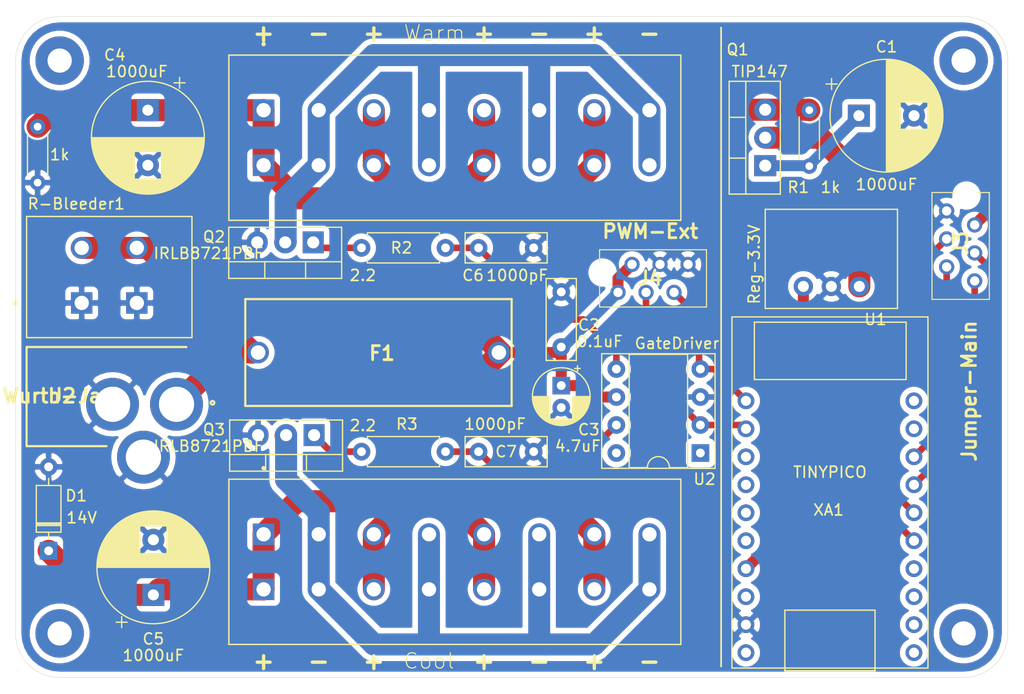
<source format=kicad_pcb>
(kicad_pcb (version 20171130) (host pcbnew "(5.1.6-0-10_14)")
  (layers (0 Front signal) (31 Back signal) (37 F.SilkS user) (38 B.Mask user) (39 F.Mask user) (44 Edge.Cuts user))
  (net 0 "")
  (net 1 Com)
  (net 2 "Net-(C1-Pad1)")
  (net 3 12V)
  (net 4 GD-Warm)
  (net 5 GD-Cool)
  (net 6 "Net-(F1-Pad2)")
  (net 7 12ish)
  (net 8 Brightness)
  (net 9 Color)
  (net 10 On_Off)
  (net 11 Auto_Man)
  (net 12 PWM-Warm)
  (net 13 PWM-Cool)
  (net 14 "Net-(J6-Pad2)")
  (net 15 "Net-(Q2-Pad1)")
  (net 16 "Net-(J7-Pad2)")
  (net 17 "Net-(Q3-Pad1)")
  (net 18 3.3V)
  (net 19 "Net-(XA1-Pad11)")
  (net 20 "Net-(XA1-Pad14)")
  (net 21 "Net-(XA1-Pad19)")
  (net 22 "Net-(XA1-Pad20)")
  (net 23 "Net-(XA1-Pad4)")
  (net 24 "Net-(XA1-Pad6)")
  (net 25 "Net-(XA1-Pad8)")
  (net 26 "Net-(XA1-Pad10)")
  (net 27 "Net-(XA1-Pad13)")
  (net 28 "Net-(XA1-Pad12)")
  (net 29 "Net-(XA1-Pad3)")
  (net 30 "Net-(XA1-Pad5)")
  (module Main:4527 (layer Front) (at 68.92 64.5 180)
    (fp_text reference F1 (at -0.318 -0.073) (layer F.SilkS) (effects (font (size 1.27 1.27) (thickness 0.254))))
    (fp_text value 5A hide)
    (pad 2 thru_hole circle (at 10.92 0 180) (size 1.97 1.97) (drill 1.32) (layers *.Cu *.Mask) (net 6 "Net-(F1-Pad2)"))
    (pad 1 thru_hole circle (at -10.92 0 180) (size 1.97 1.97) (drill 1.32) (layers *.Cu *.Mask) (net 3 12V))
  )
  (module Main:694106301002_1 (layer Front) (at 37 73)
    (fp_text reference J2 (at 3.376 -4.559) (layer F.SilkS) (effects (font (size 1.27 1.27) (thickness 0.254))))
    (fp_text value Wurth-Jack (at 3.376 -4.559) (layer F.SilkS) (effects (font (size 1.27 1.27) (thickness 0.254))))
    (pad 3 thru_hole circle (at 10.6 1) (size 4.8 4.8) (drill 3.2) (layers *.Cu *.Mask) (net 1 Com))
    (pad 2 thru_hole circle (at 7.8 -3.8) (size 4.8 4.8) (drill 3.2) (layers *.Cu *.Mask) (net 1 Com))
    (pad 1 thru_hole circle (at 13.6 -3.8) (size 4.8 4.8) (drill 3.2) (layers *.Cu *.Mask) (net 6 "Net-(F1-Pad2)"))
  )
  (module Main:CUI_TBL005A-500-02GY-2WT (layer Front) (at 42 60 90)
    (fp_text reference J1 hide)
    (fp_text value 12V-DC hide)
    (pad 2 thru_hole circle (at 5 5 90) (size 1.95 1.95) (drill 1.3) (layers *.Cu *.Mask) (net 6 "Net-(F1-Pad2)"))
    (pad 1 thru_hole rect (at 0 5 90) (size 1.95 1.95) (drill 1.3) (layers *.Cu *.Mask) (net 1 Com))
    (pad 2 thru_hole circle (at 5 0 90) (size 1.95 1.95) (drill 1.3) (layers *.Cu *.Mask) (net 6 "Net-(F1-Pad2)"))
    (pad 1 thru_hole rect (at 0 0 90) (size 1.95 1.95) (drill 1.3) (layers *.Cu *.Mask) (net 1 Com))
  )
  (module MountingHole:MountingHole_2.2mm_M2_Pad (layer Front) (at 40 38)
    (fp_text reference H4 hide)
    (fp_text value MountingHole hide)
    (pad 1 thru_hole circle (at 0 0) (size 4.4 4.4) (drill 2.2) (layers *.Cu *.Mask))
  )
  (module MountingHole:MountingHole_2.2mm_M2_Pad (layer Front) (at 122 38)
    (fp_text reference H3 hide)
    (fp_text value MountingHole hide)
    (pad 1 thru_hole circle (at 0 0) (size 4.4 4.4) (drill 2.2) (layers *.Cu *.Mask))
  )
  (module MountingHole:MountingHole_2.2mm_M2_Pad (layer Front) (at 122 90)
    (fp_text reference H2 hide)
    (fp_text value MountingHole hide)
    (pad 1 thru_hole circle (at 0 0) (size 4.4 4.4) (drill 2.2) (layers *.Cu *.Mask))
  )
  (module MountingHole:MountingHole_2.2mm_M2_Pad (layer Front) (at 40 90)
    (fp_text reference H1 hide)
    (fp_text value MountingHole hide)
    (pad 1 thru_hole circle (at 0 0) (size 4.4 4.4) (drill 2.2) (layers *.Cu *.Mask))
  )
  (module Main:_usr_TINYPICO (layer Front) (at 102 92)
    (fp_text reference XA1 (at 7.747 -13.208 180) (layer F.SilkS))
    (fp_text value TINYPICO (at 7.874 -16.637 180) (layer F.SilkS))
    (pad 11 thru_hole circle (at 15.494 -0.254 180) (size 1.524 1.524) (drill 0.914) (layers *.Cu *.Mask) (net 19 "Net-(XA1-Pad11)"))
    (pad 12 thru_hole circle (at 15.494 -2.794 180) (size 1.524 1.524) (drill 0.914) (layers *.Cu *.Mask) (net 28 "Net-(XA1-Pad12)"))
    (pad 13 thru_hole circle (at 15.494 -5.334 180) (size 1.524 1.524) (drill 0.914) (layers *.Cu *.Mask) (net 27 "Net-(XA1-Pad13)"))
    (pad 14 thru_hole circle (at 15.494 -7.874 180) (size 1.524 1.524) (drill 0.914) (layers *.Cu *.Mask) (net 20 "Net-(XA1-Pad14)"))
    (pad 15 thru_hole circle (at 15.494 -10.414 180) (size 1.524 1.524) (drill 0.914) (layers *.Cu *.Mask) (net 10 On_Off))
    (pad 16 thru_hole circle (at 15.494 -12.954 180) (size 1.524 1.524) (drill 0.916) (layers *.Cu *.Mask) (net 11 Auto_Man))
    (pad 17 thru_hole circle (at 15.494 -15.494 180) (size 1.524 1.524) (drill 0.914) (layers *.Cu *.Mask) (net 9 Color))
    (pad 18 thru_hole circle (at 15.494 -18.034 180) (size 1.524 1.524) (drill 0.914) (layers *.Cu *.Mask) (net 8 Brightness))
    (pad 19 thru_hole circle (at 15.494 -20.574 180) (size 1.524 1.524) (drill 0.914) (layers *.Cu *.Mask) (net 21 "Net-(XA1-Pad19)"))
    (pad 20 thru_hole circle (at 15.494 -23.114 180) (size 1.524 1.524) (drill 0.914) (layers *.Cu *.Mask) (net 22 "Net-(XA1-Pad20)"))
    (pad 1 thru_hole circle (at 0.254 -23.114 180) (size 1.524 1.524) (drill 0.914) (layers *.Cu *.Mask) (net 12 PWM-Warm))
    (pad 2 thru_hole circle (at 0.254 -20.574 180) (size 1.524 1.524) (drill 0.914) (layers *.Cu *.Mask) (net 13 PWM-Cool))
    (pad 3 thru_hole circle (at 0.254 -18.034 180) (size 1.524 1.524) (drill 0.914) (layers *.Cu *.Mask) (net 29 "Net-(XA1-Pad3)"))
    (pad 4 thru_hole circle (at 0.254 -15.494 180) (size 1.524 1.524) (drill 0.914) (layers *.Cu *.Mask) (net 23 "Net-(XA1-Pad4)"))
    (pad 5 thru_hole circle (at 0.254 -12.954 180) (size 1.524 1.524) (drill 0.914) (layers *.Cu *.Mask) (net 30 "Net-(XA1-Pad5)"))
    (pad 6 thru_hole circle (at 0.254 -10.414 180) (size 1.524 1.524) (drill 0.914) (layers *.Cu *.Mask) (net 24 "Net-(XA1-Pad6)"))
    (pad 7 thru_hole circle (at 0.254 -7.874 180) (size 1.524 1.524) (drill 0.914) (layers *.Cu *.Mask) (net 18 3.3V))
    (pad 8 thru_hole circle (at 0.254 -5.334 180) (size 1.524 1.524) (drill 0.914) (layers *.Cu *.Mask) (net 25 "Net-(XA1-Pad8)"))
    (pad 9 thru_hole circle (at 0.254 -2.794 180) (size 1.524 1.524) (drill 0.914) (layers *.Cu *.Mask) (net 1 Com))
    (pad 10 thru_hole circle (at 0.254 -0.254 180) (size 1.524 1.524) (drill 0.914) (layers *.Cu *.Mask) (net 26 "Net-(XA1-Pad10)"))
  )
  (module Main:3.3V-Reg (layer Front) (at 110 58.5 180)
    (fp_text reference U1 (at -4 -3) (layer F.SilkS))
    (fp_text value Reg-3.3V (at 7 2 90) (layer F.SilkS))
    (pad 3 thru_hole circle (at 2.54 0 180) (size 1.75 1.75) (drill 1) (layers *.Cu *.Mask) (net 18 3.3V))
    (pad 1 thru_hole circle (at -2.54 0 180) (size 1.75 1.75) (drill 1) (layers *.Cu *.Mask) (net 7 12ish))
    (pad 2 thru_hole circle (at 0 0 180) (size 1.75 1.75) (drill 1) (layers *.Cu *.Mask) (net 1 Com))
  )
  (module Main:CUI_TBL005A-500-08GY-2WT (layer Front) (at 58.5 81)
    (fp_text reference J7 hide)
    (fp_text value Cool (at 15 11.5) (layer F.SilkS) (effects (font (size 1.4 1.4) (thickness 0.1))))
    (pad 1 thru_hole rect (at 0 0) (size 1.95 1.95) (drill 1.3) (layers *.Cu *.Mask) (net 3 12V))
    (pad 2 thru_hole circle (at 5 0) (size 1.95 1.95) (drill 1.3) (layers *.Cu *.Mask) (net 16 "Net-(J7-Pad2)"))
    (pad 3 thru_hole circle (at 10 0) (size 1.95 1.95) (drill 1.3) (layers *.Cu *.Mask) (net 3 12V))
    (pad 4 thru_hole circle (at 15 0) (size 1.95 1.95) (drill 1.3) (layers *.Cu *.Mask) (net 16 "Net-(J7-Pad2)"))
    (pad 5 thru_hole circle (at 20 0) (size 1.95 1.95) (drill 1.3) (layers *.Cu *.Mask) (net 3 12V))
    (pad 6 thru_hole circle (at 25 0) (size 1.95 1.95) (drill 1.3) (layers *.Cu *.Mask) (net 16 "Net-(J7-Pad2)"))
    (pad 7 thru_hole circle (at 30 0) (size 1.95 1.95) (drill 1.3) (layers *.Cu *.Mask) (net 3 12V))
    (pad 8 thru_hole circle (at 35 0) (size 1.95 1.95) (drill 1.3) (layers *.Cu *.Mask) (net 16 "Net-(J7-Pad2)"))
    (pad 1 thru_hole rect (at 0 5) (size 1.95 1.95) (drill 1.3) (layers *.Cu *.Mask) (net 3 12V))
    (pad 2 thru_hole circle (at 5 5) (size 1.95 1.95) (drill 1.3) (layers *.Cu *.Mask) (net 16 "Net-(J7-Pad2)"))
    (pad 3 thru_hole circle (at 10 5) (size 1.95 1.95) (drill 1.3) (layers *.Cu *.Mask) (net 3 12V))
    (pad 4 thru_hole circle (at 15 5) (size 1.95 1.95) (drill 1.3) (layers *.Cu *.Mask) (net 16 "Net-(J7-Pad2)"))
    (pad 5 thru_hole circle (at 20 5) (size 1.95 1.95) (drill 1.3) (layers *.Cu *.Mask) (net 3 12V))
    (pad 6 thru_hole circle (at 25 5) (size 1.95 1.95) (drill 1.3) (layers *.Cu *.Mask) (net 16 "Net-(J7-Pad2)"))
    (pad 7 thru_hole circle (at 30 5) (size 1.95 1.95) (drill 1.3) (layers *.Cu *.Mask) (net 3 12V))
    (pad 8 thru_hole circle (at 35 5) (size 1.95 1.95) (drill 1.3) (layers *.Cu *.Mask) (net 16 "Net-(J7-Pad2)"))
  )
  (module Main:CUI_TBL005A-500-08GY-2WT (layer Front) (at 58.5 42.5)
    (fp_text reference J6 hide)
    (fp_text value Warm (at 15.5 -7) (layer F.SilkS) (effects (font (size 1.4 1.4) (thickness 0.1))))
    (pad 1 thru_hole rect (at 0 0) (size 1.95 1.95) (drill 1.3) (layers *.Cu *.Mask) (net 3 12V))
    (pad 2 thru_hole circle (at 5 0) (size 1.95 1.95) (drill 1.3) (layers *.Cu *.Mask) (net 14 "Net-(J6-Pad2)"))
    (pad 3 thru_hole circle (at 10 0) (size 1.95 1.95) (drill 1.3) (layers *.Cu *.Mask) (net 3 12V))
    (pad 4 thru_hole circle (at 15 0) (size 1.95 1.95) (drill 1.3) (layers *.Cu *.Mask) (net 14 "Net-(J6-Pad2)"))
    (pad 5 thru_hole circle (at 20 0) (size 1.95 1.95) (drill 1.3) (layers *.Cu *.Mask) (net 3 12V))
    (pad 6 thru_hole circle (at 25 0) (size 1.95 1.95) (drill 1.3) (layers *.Cu *.Mask) (net 14 "Net-(J6-Pad2)"))
    (pad 7 thru_hole circle (at 30 0) (size 1.95 1.95) (drill 1.3) (layers *.Cu *.Mask) (net 3 12V))
    (pad 8 thru_hole circle (at 35 0) (size 1.95 1.95) (drill 1.3) (layers *.Cu *.Mask) (net 14 "Net-(J6-Pad2)"))
    (pad 1 thru_hole rect (at 0 5) (size 1.95 1.95) (drill 1.3) (layers *.Cu *.Mask) (net 3 12V))
    (pad 2 thru_hole circle (at 5 5) (size 1.95 1.95) (drill 1.3) (layers *.Cu *.Mask) (net 14 "Net-(J6-Pad2)"))
    (pad 3 thru_hole circle (at 10 5) (size 1.95 1.95) (drill 1.3) (layers *.Cu *.Mask) (net 3 12V))
    (pad 4 thru_hole circle (at 15 5) (size 1.95 1.95) (drill 1.3) (layers *.Cu *.Mask) (net 14 "Net-(J6-Pad2)"))
    (pad 5 thru_hole circle (at 20 5) (size 1.95 1.95) (drill 1.3) (layers *.Cu *.Mask) (net 3 12V))
    (pad 6 thru_hole circle (at 25 5) (size 1.95 1.95) (drill 1.3) (layers *.Cu *.Mask) (net 14 "Net-(J6-Pad2)"))
    (pad 7 thru_hole circle (at 30 5) (size 1.95 1.95) (drill 1.3) (layers *.Cu *.Mask) (net 3 12V))
    (pad 8 thru_hole circle (at 35 5) (size 1.95 1.95) (drill 1.3) (layers *.Cu *.Mask) (net 14 "Net-(J6-Pad2)"))
  )
  (module Main:21787106 (layer Front) (at 97 56.5 180)
    (fp_text reference J4 (at 3.425 -1.27) (layer F.SilkS) (effects (font (size 1.27 1.27) (thickness 0.254))))
    (fp_text value PWM-Ext (at 3.425 3 180) (layer F.SilkS) (effects (font (size 1.27 1.27) (thickness 0.254))))
    (pad 1 thru_hole circle (at 0 0 180) (size 1.381 1.381) (drill 0.85) (layers *.Cu *.Mask) (net 1 Com))
    (pad 2 thru_hole circle (at 1.27 -2.54 180) (size 1.381 1.381) (drill 0.85) (layers *.Cu *.Mask) (net 12 PWM-Warm))
    (pad 3 thru_hole circle (at 2.54 0 180) (size 1.381 1.381) (drill 0.85) (layers *.Cu *.Mask) (net 1 Com))
    (pad 4 thru_hole circle (at 3.81 -2.54 180) (size 1.381 1.381) (drill 0.85) (layers *.Cu *.Mask) (net 13 PWM-Cool))
    (pad 5 thru_hole circle (at 5.08 0 180) (size 1.381 1.381) (drill 0.85) (layers *.Cu *.Mask) (net 3 12V))
    (pad 6 thru_hole circle (at 6.35 -2.54 180) (size 1.381 1.381) (drill 0.85) (layers *.Cu *.Mask) (net 3 12V))
    (pad MH1 np_thru_hole circle (at 7.75 -0.74 180) (size 1.55 0) (drill 1.55) (layers *.Cu *.Mask))
  )
  (module Main:21787106 (layer Front) (at 123 58 90)
    (fp_text reference J3 (at 3.425 -1.27 90) (layer F.SilkS) (effects (font (size 1.27 1.27) (thickness 0.254))))
    (fp_text value Jumper-Main (at -10 -0.5 90) (layer F.SilkS) (effects (font (size 1.27 1.27) (thickness 0.254))))
    (pad 1 thru_hole circle (at 0 0 90) (size 1.381 1.381) (drill 0.85) (layers *.Cu *.Mask) (net 8 Brightness))
    (pad 2 thru_hole circle (at 1.27 -2.54 90) (size 1.381 1.381) (drill 0.85) (layers *.Cu *.Mask) (net 11 Auto_Man))
    (pad 3 thru_hole circle (at 2.54 0 90) (size 1.381 1.381) (drill 0.85) (layers *.Cu *.Mask) (net 9 Color))
    (pad 4 thru_hole circle (at 3.81 -2.54 90) (size 1.381 1.381) (drill 0.85) (layers *.Cu *.Mask) (net 10 On_Off))
    (pad 5 thru_hole circle (at 5.08 0 90) (size 1.381 1.381) (drill 0.85) (layers *.Cu *.Mask) (net 7 12ish))
    (pad 6 thru_hole circle (at 6.35 -2.54 90) (size 1.381 1.381) (drill 0.85) (layers *.Cu *.Mask) (net 1 Com))
    (pad MH1 np_thru_hole circle (at 7.75 -0.74 90) (size 1.55 0) (drill 1.55) (layers *.Cu *.Mask))
  )
  (module Package_DIP:DIP-8_W7.62mm_Socket (layer Front) (at 98.12 73.62 180)
    (fp_text reference U2 (at -0.38 -2.38) (layer F.SilkS))
    (fp_text value GateDriver (at 2.12 9.95) (layer F.SilkS))
    (pad 8 thru_hole oval (at 7.62 0 180) (size 1.6 1.6) (drill 0.8) (layers *.Cu *.Mask))
    (pad 4 thru_hole oval (at 0 7.62 180) (size 1.6 1.6) (drill 0.8) (layers *.Cu *.Mask) (net 12 PWM-Warm))
    (pad 7 thru_hole oval (at 7.62 2.54 180) (size 1.6 1.6) (drill 0.8) (layers *.Cu *.Mask) (net 5 GD-Cool))
    (pad 3 thru_hole oval (at 0 5.08 180) (size 1.6 1.6) (drill 0.8) (layers *.Cu *.Mask) (net 1 Com))
    (pad 6 thru_hole oval (at 7.62 5.08 180) (size 1.6 1.6) (drill 0.8) (layers *.Cu *.Mask) (net 3 12V))
    (pad 2 thru_hole oval (at 0 2.54 180) (size 1.6 1.6) (drill 0.8) (layers *.Cu *.Mask) (net 13 PWM-Cool))
    (pad 5 thru_hole oval (at 7.62 7.62 180) (size 1.6 1.6) (drill 0.8) (layers *.Cu *.Mask) (net 4 GD-Warm))
    (pad 1 thru_hole rect (at 0 0 180) (size 1.6 1.6) (drill 0.8) (layers *.Cu *.Mask))
  )
  (module Resistor_THT:R_Axial_DIN0204_L3.6mm_D1.6mm_P5.08mm_Horizontal (layer Front) (at 38 44 270)
    (fp_text reference R-Bleeder1 (at 7 -3.5 180) (layer F.SilkS))
    (fp_text value 1k (at 2.54 -2 180) (layer F.SilkS))
    (pad 2 thru_hole oval (at 5.08 0 270) (size 1.4 1.4) (drill 0.7) (layers *.Cu *.Mask) (net 1 Com))
    (pad 1 thru_hole circle (at 0 0 270) (size 1.4 1.4) (drill 0.7) (layers *.Cu *.Mask) (net 3 12V))
  )
  (module Resistor_THT:R_Axial_DIN0207_L6.3mm_D2.5mm_P7.62mm_Horizontal (layer Front) (at 75 73.5 180)
    (fp_text reference R3 (at 3.5 2.5) (layer F.SilkS))
    (fp_text value 2.2 (at 7.5 2.37) (layer F.SilkS))
    (pad 2 thru_hole oval (at 7.62 0 180) (size 1.6 1.6) (drill 0.8) (layers *.Cu *.Mask) (net 17 "Net-(Q3-Pad1)"))
    (pad 1 thru_hole circle (at 0 0 180) (size 1.6 1.6) (drill 0.8) (layers *.Cu *.Mask) (net 5 GD-Cool))
  )
  (module Resistor_THT:R_Axial_DIN0207_L6.3mm_D2.5mm_P7.62mm_Horizontal (layer Front) (at 75 55 180)
    (fp_text reference R2 (at 4 0) (layer F.SilkS))
    (fp_text value 2.2 (at 7.5 -2.5) (layer F.SilkS))
    (pad 2 thru_hole oval (at 7.62 0 180) (size 1.6 1.6) (drill 0.8) (layers *.Cu *.Mask) (net 15 "Net-(Q2-Pad1)"))
    (pad 1 thru_hole circle (at 0 0 180) (size 1.6 1.6) (drill 0.8) (layers *.Cu *.Mask) (net 4 GD-Warm))
  )
  (module Resistor_THT:R_Axial_DIN0204_L3.6mm_D1.6mm_P5.08mm_Horizontal (layer Front) (at 108 47.58 90)
    (fp_text reference R1 (at -1.92 -1 180) (layer F.SilkS))
    (fp_text value 1k (at -1.92 1.92 180) (layer F.SilkS))
    (pad 2 thru_hole oval (at 5.08 0 90) (size 1.4 1.4) (drill 0.7) (layers *.Cu *.Mask) (net 3 12V))
    (pad 1 thru_hole circle (at 0 0 90) (size 1.4 1.4) (drill 0.7) (layers *.Cu *.Mask) (net 2 "Net-(C1-Pad1)"))
  )
  (module Package_TO_SOT_THT:TO-220-3_Vertical (layer Front) (at 63.08 72 180)
    (fp_text reference Q3 (at 9.08 0.5) (layer F.SilkS))
    (fp_text value IRLB8721PBF (at 9.58 -1) (layer F.SilkS))
    (pad 3 thru_hole oval (at 5.08 0 180) (size 1.905 2) (drill 1.1) (layers *.Cu *.Mask) (net 1 Com))
    (pad 2 thru_hole oval (at 2.54 0 180) (size 1.905 2) (drill 1.1) (layers *.Cu *.Mask) (net 16 "Net-(J7-Pad2)"))
    (pad 1 thru_hole rect (at 0 0 180) (size 1.905 2) (drill 1.1) (layers *.Cu *.Mask) (net 17 "Net-(Q3-Pad1)"))
  )
  (module Package_TO_SOT_THT:TO-220-3_Vertical (layer Front) (at 63 54.5 180)
    (fp_text reference Q2 (at 9 0.5) (layer F.SilkS))
    (fp_text value IRLB8721PBF (at 9.5 -1) (layer F.SilkS))
    (pad 3 thru_hole oval (at 5.08 0 180) (size 1.905 2) (drill 1.1) (layers *.Cu *.Mask) (net 1 Com))
    (pad 2 thru_hole oval (at 2.54 0 180) (size 1.905 2) (drill 1.1) (layers *.Cu *.Mask) (net 14 "Net-(J6-Pad2)"))
    (pad 1 thru_hole rect (at 0 0 180) (size 1.905 2) (drill 1.1) (layers *.Cu *.Mask) (net 15 "Net-(Q2-Pad1)"))
  )
  (module Package_TO_SOT_THT:TO-220-3_Vertical (layer Front) (at 104 47.54 90)
    (fp_text reference Q1 (at 10.54 -2.5 180) (layer F.SilkS))
    (fp_text value TIP147 (at 8.54 -0.5 180) (layer F.SilkS))
    (pad 3 thru_hole oval (at 5.08 0 90) (size 1.905 2) (drill 1.1) (layers *.Cu *.Mask) (net 3 12V))
    (pad 2 thru_hole oval (at 2.54 0 90) (size 1.905 2) (drill 1.1) (layers *.Cu *.Mask) (net 7 12ish))
    (pad 1 thru_hole rect (at 0 0 90) (size 1.905 2) (drill 1.1) (layers *.Cu *.Mask) (net 2 "Net-(C1-Pad1)"))
  )
  (module Diode_THT:D_DO-35_SOD27_P7.62mm_Horizontal (layer Front) (at 39 82.5 90)
    (fp_text reference D1 (at 5 2.5 180) (layer F.SilkS))
    (fp_text value 14V (at 3 3 180) (layer F.SilkS))
    (pad 2 thru_hole oval (at 7.62 0 90) (size 1.6 1.6) (drill 0.8) (layers *.Cu *.Mask) (net 1 Com))
    (pad 1 thru_hole rect (at 0 0 90) (size 1.6 1.6) (drill 0.8) (layers *.Cu *.Mask) (net 3 12V))
  )
  (module Capacitor_THT:C_Rect_L7.2mm_W2.5mm_P5.00mm_FKS2_FKP2_MKS2_MKP2 (layer Front) (at 78 73.5)
    (fp_text reference C7 (at 2.5 0) (layer F.SilkS))
    (fp_text value 1000pF (at 1.5 -2.5) (layer F.SilkS))
    (pad 2 thru_hole circle (at 5 0) (size 1.6 1.6) (drill 0.8) (layers *.Cu *.Mask) (net 1 Com))
    (pad 1 thru_hole circle (at 0 0) (size 1.6 1.6) (drill 0.8) (layers *.Cu *.Mask) (net 5 GD-Cool))
  )
  (module Capacitor_THT:C_Rect_L7.2mm_W2.5mm_P5.00mm_FKS2_FKP2_MKS2_MKP2 (layer Front) (at 78 55)
    (fp_text reference C6 (at -0.5 2.5) (layer F.SilkS))
    (fp_text value 1000pF (at 3.5 2.5) (layer F.SilkS))
    (pad 2 thru_hole circle (at 5 0) (size 1.6 1.6) (drill 0.8) (layers *.Cu *.Mask) (net 1 Com))
    (pad 1 thru_hole circle (at 0 0) (size 1.6 1.6) (drill 0.8) (layers *.Cu *.Mask) (net 4 GD-Warm))
  )
  (module Capacitor_THT:CP_Radial_D10.0mm_P5.00mm (layer Front) (at 48.5 86.5 90)
    (fp_text reference C5 (at -4 0 180) (layer F.SilkS))
    (fp_text value 1000uF (at -5.5 0 180) (layer F.SilkS))
    (pad 2 thru_hole circle (at 5 0 90) (size 2 2) (drill 1) (layers *.Cu *.Mask) (net 1 Com))
    (pad 1 thru_hole rect (at 0 0 90) (size 2 2) (drill 1) (layers *.Cu *.Mask) (net 3 12V))
  )
  (module Capacitor_THT:CP_Radial_D10.0mm_P5.00mm (layer Front) (at 48 42.5 270)
    (fp_text reference C4 (at -5 3 180) (layer F.SilkS))
    (fp_text value 1000uF (at -3.5 1) (layer F.SilkS))
    (pad 2 thru_hole circle (at 5 0 270) (size 2 2) (drill 1) (layers *.Cu *.Mask) (net 1 Com))
    (pad 1 thru_hole rect (at 0 0 270) (size 2 2) (drill 1) (layers *.Cu *.Mask) (net 3 12V))
  )
  (module Capacitor_THT:CP_Radial_D5.0mm_P2.00mm (layer Front) (at 85.5 67.5 270)
    (fp_text reference C3 (at 4 -2.5 180) (layer F.SilkS))
    (fp_text value 4.7uF (at 5.5 -1.5 180) (layer F.SilkS))
    (pad 2 thru_hole circle (at 2 0 270) (size 1.6 1.6) (drill 0.8) (layers *.Cu *.Mask) (net 1 Com))
    (pad 1 thru_hole rect (at 0 0 270) (size 1.6 1.6) (drill 0.8) (layers *.Cu *.Mask) (net 3 12V))
  )
  (module Capacitor_THT:C_Rect_L7.2mm_W2.5mm_P5.00mm_FKS2_FKP2_MKS2_MKP2 (layer Front) (at 85.5 64 90)
    (fp_text reference C2 (at 2 2.5 180) (layer F.SilkS))
    (fp_text value 0.1uF (at 0.5 3.5 180) (layer F.SilkS))
    (pad 2 thru_hole circle (at 5 0 90) (size 1.6 1.6) (drill 0.8) (layers *.Cu *.Mask) (net 1 Com))
    (pad 1 thru_hole circle (at 0 0 90) (size 1.6 1.6) (drill 0.8) (layers *.Cu *.Mask) (net 3 12V))
  )
  (module Capacitor_THT:CP_Radial_D10.0mm_P5.00mm (layer Front) (at 112.5 43)
    (fp_text reference C1 (at 2.5 -6.25) (layer F.SilkS))
    (fp_text value 1000uF (at 2.5 6.25) (layer F.SilkS))
    (pad 2 thru_hole circle (at 5 0) (size 2 2) (drill 1) (layers *.Cu *.Mask) (net 1 Com))
    (pad 1 thru_hole rect (at 0 0) (size 2 2) (drill 1) (layers *.Cu *.Mask) (net 2 "Net-(C1-Pad1)"))
  )
  (gr_text - (at 63.5 92.5) (layer F.SilkS) (effects (font (size 1.524 1.524) (thickness 0.3048))))
  (gr_text - (at 93.5 92.5) (layer F.SilkS) (effects (font (size 1.524 1.524) (thickness 0.3048))))
  (gr_text + (at 78.5 92.5) (layer F.SilkS) (effects (font (size 1.524 1.524) (thickness 0.3048))))
  (gr_text - (at 83.5 92.5) (layer F.SilkS) (effects (font (size 1.524 1.524) (thickness 0.3048))))
  (gr_text + (at 68.5 92.5) (layer F.SilkS) (effects (font (size 1.524 1.524) (thickness 0.3048))))
  (gr_text + (at 58.5 92.5) (layer F.SilkS) (effects (font (size 1.524 1.524) (thickness 0.3048))))
  (gr_text + (at 88.5 92.5) (layer F.SilkS) (effects (font (size 1.524 1.524) (thickness 0.3048))))
  (gr_text - (at 63.5 35.5) (layer F.SilkS) (effects (font (size 1.524 1.524) (thickness 0.3048))))
  (gr_text - (at 93.5 35.5) (layer F.SilkS) (effects (font (size 1.524 1.524) (thickness 0.3048))))
  (gr_text - (at 83.5 35.5) (layer F.SilkS) (effects (font (size 1.524 1.524) (thickness 0.3048))))
  (gr_text + (at 88.5 35.5) (layer F.SilkS) (effects (font (size 1.524 1.524) (thickness 0.3048))))
  (gr_text + (at 78.5 35.5) (layer F.SilkS) (effects (font (size 1.524 1.524) (thickness 0.3048))))
  (gr_text + (at 68.5 35.5) (layer F.SilkS) (effects (font (size 1.524 1.524) (thickness 0.3048))))
  (gr_text + (at 58.5 35.5) (layer F.SilkS) (effects (font (size 1.524 1.524) (thickness 0.3048))))
  (gr_line (start 100 93) (end 100 35) (layer F.SilkS) (width 0.1524))
  (gr_arc (start 40 38) (end 40 34) (angle -90) (layer Edge.Cuts) (width 0.0381))
  (gr_arc (start 122 38) (end 126 38) (angle -90) (layer Edge.Cuts) (width 0.0381))
  (gr_arc (start 122 90) (end 122 94) (angle -90) (layer Edge.Cuts) (width 0.0381))
  (gr_arc (start 40 90) (end 36 90) (angle -90) (layer Edge.Cuts) (width 0.0381))
  (gr_line (start 36 90) (end 36 38) (layer Edge.Cuts) (width 0.0381))
  (gr_line (start 122 94) (end 40 94) (layer Edge.Cuts) (width 0.0381))
  (gr_line (start 126 38) (end 126 90) (layer Edge.Cuts) (width 0.0381))
  (gr_line (start 40 34) (end 122 34) (layer Edge.Cuts) (width 0.0381))
  (segment (start 107.96 47.54) (end 108 47.58) (width 1) (layer Back) (net 2))
  (segment (start 104 47.54) (end 107.96 47.54) (width 1) (layer Back) (net 2))
  (segment (start 108 47.5) (end 112.5 43) (width 1) (layer Back) (net 2))
  (segment (start 108 47.58) (end 108 47.5) (width 1) (layer Back) (net 2))
  (segment (start 68.5 81) (end 71.5 78) (width 2) (layer Front) (net 3))
  (segment (start 71.5 78) (end 71.5 70) (width 2) (layer Front) (net 3))
  (segment (start 74.5 70) (end 80 64.5) (width 2) (layer Front) (net 3))
  (segment (start 71.5 70) (end 74.5 70) (width 2) (layer Front) (net 3))
  (segment (start 68.5 47.5) (end 71.5 50.5) (width 2) (layer Front) (net 3))
  (segment (start 71.5 50.5) (end 71.5 59.5) (width 2) (layer Front) (net 3))
  (segment (start 75 59.5) (end 80 64.5) (width 2) (layer Front) (net 3))
  (segment (start 71.5 59.5) (end 75 59.5) (width 2) (layer Front) (net 3))
  (segment (start 68.5 81) (end 68.5 86) (width 2) (layer Front) (net 3))
  (segment (start 78.5 81) (end 78.5 86) (width 2) (layer Front) (net 3))
  (segment (start 88.5 81) (end 88.5 86) (width 2) (layer Front) (net 3))
  (segment (start 75.5 78) (end 78.5 81) (width 2) (layer Front) (net 3))
  (segment (start 71.5 78) (end 75.5 78) (width 2) (layer Front) (net 3))
  (segment (start 85.5 78) (end 88.5 81) (width 2) (layer Front) (net 3))
  (segment (start 75.5 78) (end 85.5 78) (width 2) (layer Front) (net 3))
  (segment (start 61.5 78) (end 58.5 81) (width 2) (layer Front) (net 3))
  (segment (start 71.5 78) (end 61.5 78) (width 2) (layer Front) (net 3))
  (segment (start 58.5 81) (end 58.5 86) (width 2) (layer Front) (net 3))
  (segment (start 49 86) (end 48.5 86.5) (width 2) (layer Front) (net 3))
  (segment (start 58.5 86) (end 49 86) (width 2) (layer Front) (net 3))
  (segment (start 43 86.5) (end 39 82.5) (width 2) (layer Front) (net 3))
  (segment (start 48.5 86.5) (end 43 86.5) (width 2) (layer Front) (net 3))
  (segment (start 68.5 47.5) (end 68.5 42.5) (width 2) (layer Front) (net 3))
  (segment (start 58.5 47.5) (end 58.5 42.5) (width 2) (layer Front) (net 3))
  (segment (start 78.5 47.5) (end 78.5 42.5) (width 2) (layer Front) (net 3))
  (segment (start 88.5 47.5) (end 88.5 42.5) (width 2) (layer Front) (net 3))
  (segment (start 75.5 50.5) (end 78.5 47.5) (width 2) (layer Front) (net 3))
  (segment (start 71.5 50.5) (end 75.5 50.5) (width 2) (layer Front) (net 3))
  (segment (start 85.5 50.5) (end 88.5 47.5) (width 2) (layer Front) (net 3))
  (segment (start 75.5 50.5) (end 85.5 50.5) (width 2) (layer Front) (net 3))
  (segment (start 61.5 50.5) (end 58.5 47.5) (width 2) (layer Front) (net 3))
  (segment (start 71.5 50.5) (end 61.5 50.5) (width 2) (layer Front) (net 3))
  (segment (start 58.5 42.5) (end 48 42.5) (width 2) (layer Front) (net 3))
  (segment (start 39.5 42.5) (end 38 44) (width 2) (layer Front) (net 3))
  (segment (start 48 42.5) (end 39.5 42.5) (width 2) (layer Front) (net 3))
  (segment (start 85.5 50.5) (end 96 50.5) (width 2) (layer Front) (net 3))
  (segment (start 96 50.5) (end 99.5 47) (width 2) (layer Front) (net 3))
  (segment (start 101 42.46) (end 104 42.46) (width 2) (layer Front) (net 3))
  (segment (start 99.5 43.96) (end 101 42.46) (width 2) (layer Front) (net 3))
  (segment (start 99.5 47) (end 99.5 43.96) (width 2) (layer Front) (net 3))
  (segment (start 107.96 42.46) (end 108 42.5) (width 2) (layer Front) (net 3))
  (segment (start 104 42.46) (end 107.96 42.46) (width 2) (layer Front) (net 3))
  (segment (start 85 64.5) (end 85.5 64) (width 1) (layer Front) (net 3))
  (segment (start 80 64.5) (end 85 64.5) (width 1) (layer Front) (net 3))
  (segment (start 85.5 64) (end 85.5 67.5) (width 1) (layer Front) (net 3))
  (segment (start 85.5 67.5) (end 87.5 67.5) (width 1) (layer Front) (net 3))
  (segment (start 88.54 68.54) (end 90.5 68.54) (width 1) (layer Front) (net 3))
  (segment (start 87.5 67.5) (end 88.54 68.54) (width 1) (layer Front) (net 3))
  (segment (start 90.65 57.77) (end 91.92 56.5) (width 1) (layer Front) (net 3))
  (segment (start 90.65 59.04) (end 90.65 57.77) (width 1) (layer Front) (net 3))
  (segment (start 85.69 64) (end 90.65 59.04) (width 1) (layer Back) (net 3))
  (segment (start 85.5 64) (end 85.69 64) (width 1) (layer Back) (net 3))
  (segment (start 90.5 66) (end 90.5 64.5) (width 0.6) (layer Front) (net 4))
  (segment (start 90.5 64.5) (end 87.5 61.5) (width 0.6) (layer Front) (net 4))
  (segment (start 84.5 61.5) (end 78 55) (width 0.6) (layer Front) (net 4))
  (segment (start 87.5 61.5) (end 84.5 61.5) (width 0.6) (layer Front) (net 4))
  (segment (start 78 55) (end 75 55) (width 0.6) (layer Front) (net 4))
  (segment (start 90.5 71.08) (end 85.58 76) (width 0.6) (layer Front) (net 5))
  (segment (start 80.5 76) (end 78 73.5) (width 0.6) (layer Front) (net 5))
  (segment (start 85.58 76) (end 80.5 76) (width 0.6) (layer Front) (net 5))
  (segment (start 78 73.5) (end 75 73.5) (width 0.6) (layer Front) (net 5))
  (segment (start 42 55) (end 47 55) (width 2) (layer Front) (net 6))
  (segment (start 48 55) (end 57.5 64.5) (width 2) (layer Front) (net 6))
  (segment (start 47 55) (end 48 55) (width 2) (layer Front) (net 6))
  (segment (start 55.3 64.5) (end 50.6 69.2) (width 2) (layer Front) (net 6))
  (segment (start 57.5 64.5) (end 55.3 64.5) (width 2) (layer Front) (net 6))
  (segment (start 104 45) (end 109 45) (width 2) (layer Front) (net 7))
  (segment (start 112.54 51.96) (end 112.54 58.5) (width 2) (layer Front) (net 7))
  (segment (start 112.54 48.54) (end 112.54 51.96) (width 2) (layer Front) (net 7))
  (segment (start 122.75 46.75) (end 110.75 46.75) (width 1) (layer Front) (net 7))
  (segment (start 124.5 51.42) (end 124.5 48.5) (width 1) (layer Front) (net 7))
  (segment (start 124.5 48.5) (end 122.75 46.75) (width 1) (layer Front) (net 7))
  (segment (start 110.75 46.75) (end 112.54 48.54) (width 2) (layer Front) (net 7))
  (segment (start 123 52.92) (end 124.5 51.42) (width 1) (layer Front) (net 7))
  (segment (start 109 45) (end 110.75 46.75) (width 2) (layer Front) (net 7))
  (segment (start 123 68.46) (end 123 58) (width 0.6) (layer Front) (net 8))
  (segment (start 117.494 73.966) (end 123 68.46) (width 0.6) (layer Front) (net 8))
  (segment (start 123 55.46) (end 124.5 56.96) (width 0.6) (layer Front) (net 9))
  (segment (start 124.5 69.5) (end 117.494 76.506) (width 0.6) (layer Front) (net 9))
  (segment (start 124.5 56.96) (end 124.5 69.5) (width 0.6) (layer Front) (net 9))
  (segment (start 114 78.092) (end 117.494 81.586) (width 0.6) (layer Front) (net 10))
  (segment (start 114 60.65) (end 114 78.092) (width 0.6) (layer Front) (net 10))
  (segment (start 120.46 54.19) (end 114 60.65) (width 0.6) (layer Front) (net 10))
  (segment (start 120.46 56.73) (end 120.46 61.54) (width 0.6) (layer Front) (net 11))
  (segment (start 120.46 61.54) (end 115.5 66.5) (width 0.6) (layer Front) (net 11))
  (segment (start 115.5 77.052) (end 117.494 79.046) (width 0.6) (layer Front) (net 11))
  (segment (start 115.5 66.5) (end 115.5 77.052) (width 0.6) (layer Front) (net 11))
  (segment (start 99.368 66) (end 102.254 68.886) (width 0.6) (layer Front) (net 12))
  (segment (start 98.12 66) (end 99.368 66) (width 0.6) (layer Front) (net 12))
  (segment (start 95.73 59.04) (end 98 61.31) (width 0.6) (layer Front) (net 12))
  (segment (start 98 65.88) (end 98.12 66) (width 0.6) (layer Front) (net 12))
  (segment (start 98 61.31) (end 98 65.88) (width 0.6) (layer Front) (net 12))
  (segment (start 101.908 71.08) (end 102.254 71.426) (width 0.6) (layer Front) (net 13))
  (segment (start 98.12 71.08) (end 101.908 71.08) (width 0.6) (layer Front) (net 13))
  (segment (start 93.19 66.15) (end 98.12 71.08) (width 0.6) (layer Front) (net 13))
  (segment (start 93.19 59.04) (end 93.19 66.15) (width 0.6) (layer Front) (net 13))
  (segment (start 60.5 54.46) (end 60.46 54.5) (width 2) (layer Front) (net 14))
  (segment (start 63.5 42.5) (end 68.5 37.5) (width 2) (layer Back) (net 14))
  (segment (start 88.5 37.5) (end 93.5 42.5) (width 2) (layer Back) (net 14))
  (segment (start 93.5 42.5) (end 93.5 47.5) (width 2) (layer Back) (net 14))
  (segment (start 83.5 47.5) (end 83.5 42.5) (width 2) (layer Back) (net 14))
  (segment (start 83.5 38) (end 83 37.5) (width 2) (layer Back) (net 14))
  (segment (start 83.5 42.5) (end 83.5 38) (width 2) (layer Back) (net 14))
  (segment (start 83 37.5) (end 88.5 37.5) (width 2) (layer Back) (net 14))
  (segment (start 73.5 47.5) (end 73.5 42.5) (width 2) (layer Back) (net 14))
  (segment (start 73.5 38) (end 74 37.5) (width 2) (layer Back) (net 14))
  (segment (start 73.5 42.5) (end 73.5 38) (width 2) (layer Back) (net 14))
  (segment (start 74 37.5) (end 83 37.5) (width 2) (layer Back) (net 14))
  (segment (start 68.5 37.5) (end 74 37.5) (width 2) (layer Back) (net 14))
  (segment (start 63.5 47.5) (end 63.5 42.5) (width 2) (layer Back) (net 14))
  (segment (start 63.5 47.5) (end 60.5 50.5) (width 2) (layer Back) (net 14))
  (segment (start 60.5 54.46) (end 60.46 54.5) (width 2) (layer Back) (net 14))
  (segment (start 60.5 50.5) (end 60.5 54.46) (width 2) (layer Back) (net 14))
  (segment (start 63.5 55) (end 63 54.5) (width 0.6) (layer Front) (net 15))
  (segment (start 67.38 55) (end 63.5 55) (width 0.6) (layer Front) (net 15))
  (segment (start 60.5 72.04) (end 60.54 72) (width 2) (layer Front) (net 16))
  (segment (start 63.5 81) (end 63.5 86) (width 2) (layer Back) (net 16))
  (segment (start 73.5 81) (end 73.5 86) (width 2) (layer Back) (net 16))
  (segment (start 83.5 81) (end 83.5 86) (width 2) (layer Back) (net 16))
  (segment (start 93.5 81) (end 93.5 86) (width 2) (layer Back) (net 16))
  (segment (start 93.5 86) (end 88.5 91) (width 2) (layer Back) (net 16))
  (segment (start 68.5 91) (end 63.5 86) (width 2) (layer Back) (net 16))
  (segment (start 73.5 86) (end 73.5 91) (width 2) (layer Back) (net 16))
  (segment (start 73.5 91) (end 68.5 91) (width 2) (layer Back) (net 16))
  (segment (start 83.5 90.5) (end 84 91) (width 2) (layer Back) (net 16))
  (segment (start 83.5 86) (end 83.5 90.5) (width 2) (layer Back) (net 16))
  (segment (start 84 91) (end 73.5 91) (width 2) (layer Back) (net 16))
  (segment (start 88.5 91) (end 84 91) (width 2) (layer Back) (net 16))
  (segment (start 63.5 81) (end 63.5 79) (width 2) (layer Back) (net 16))
  (segment (start 60.54 76.04) (end 60.54 72) (width 2) (layer Back) (net 16))
  (segment (start 63.5 79) (end 60.54 76.04) (width 2) (layer Back) (net 16))
  (segment (start 64.58 73.5) (end 63.08 72) (width 0.6) (layer Front) (net 17))
  (segment (start 67.38 73.5) (end 64.58 73.5) (width 0.6) (layer Front) (net 17))
  (segment (start 107.46 78.92) (end 107.46 58.5) (width 1) (layer Front) (net 18))
  (segment (start 102.254 84.126) (end 107.46 78.92) (width 1) (layer Front) (net 18))
  (zone (net 1) (net_name Com) (layer Back) (connect_pads (clearance 0.508)) (min_thickness 0.254) (fill yes (arc_segments 32) (thermal_gap 0.508) (thermal_bridge_width 0.508))
    (polygon (pts (xy 127.5 95.5) (xy 35 95.5) (xy 35 32.5) (xy 127.5 32.5)))
  )
)
</source>
